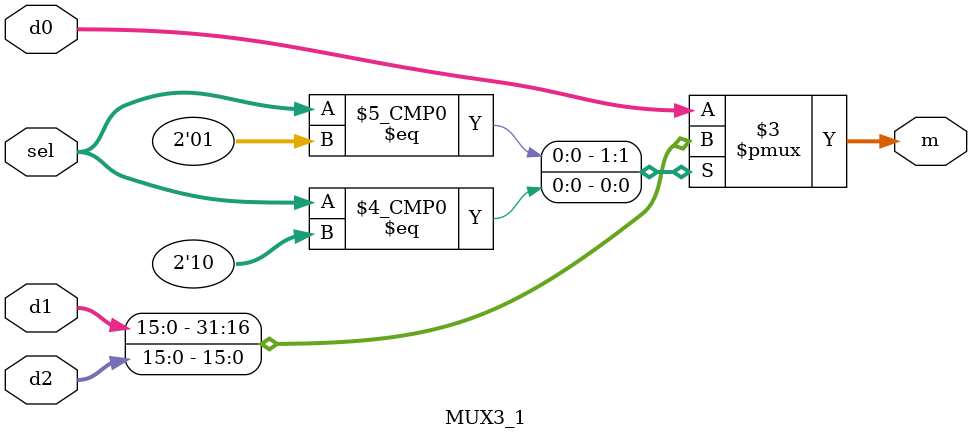
<source format=v>
module MUX3_1(d0, d1, d2, sel, m);
input [15:0] d0, d1, d2;
input  [1:0] sel;
output reg [15:0] m;

always@(*)
case ( sel )

	0: m = d0;
	1: m = d1;
	2: m = d2;

	default: m = d0;

endcase
endmodule

</source>
